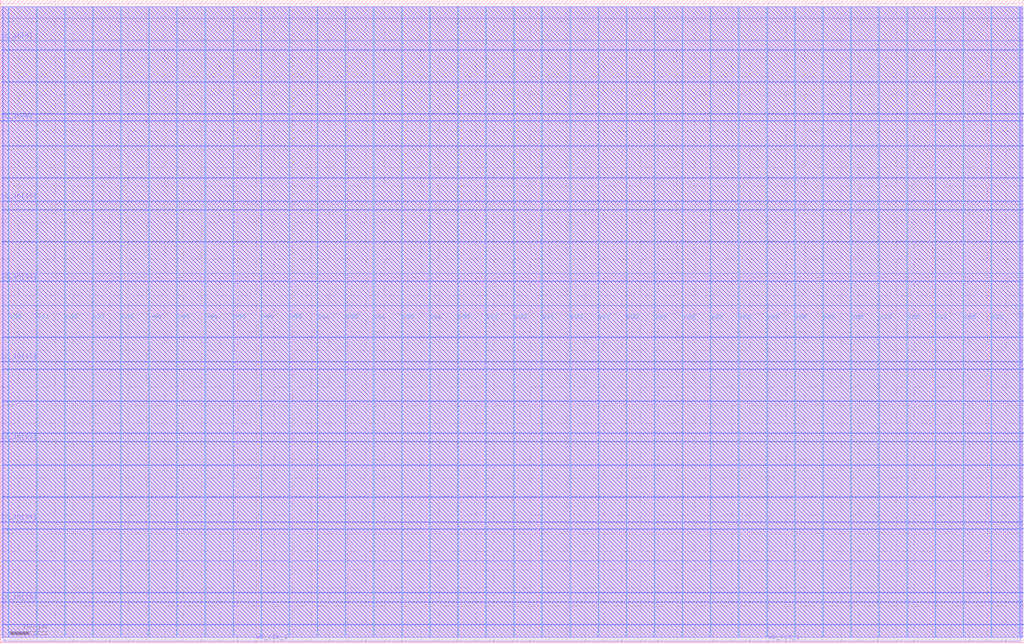
<source format=lef>
VERSION 5.7 ;
  NOWIREEXTENSIONATPIN ON ;
  DIVIDERCHAR "/" ;
  BUSBITCHARS "[]" ;
MACRO user_proj_example
  CLASS BLOCK ;
  FOREIGN user_proj_example ;
  ORIGIN 0.000 0.000 ;
  SIZE 2800.000 BY 1760.000 ;
  PIN io_in[0]
    DIRECTION INPUT ;
    USE SIGNAL ;
    ANTENNAGATEAREA 2.204000 ;
    ANTENNADIFFAREA 0.410400 ;
    PORT
      LAYER Metal3 ;
        RECT 2796.000 49.280 2800.000 49.840 ;
    END
  END io_in[0]
  PIN io_in[10]
    DIRECTION INPUT ;
    USE SIGNAL ;
    ANTENNAGATEAREA 6.612000 ;
    ANTENNADIFFAREA 0.410400 ;
    PORT
      LAYER Metal3 ;
        RECT 0.000 1208.480 4.000 1209.040 ;
    END
  END io_in[10]
  PIN io_in[11]
    DIRECTION INPUT ;
    USE SIGNAL ;
    ANTENNAGATEAREA 3.555000 ;
    ANTENNADIFFAREA 0.410400 ;
    PORT
      LAYER Metal3 ;
        RECT 0.000 988.960 4.000 989.520 ;
    END
  END io_in[11]
  PIN io_in[12]
    DIRECTION INPUT ;
    USE SIGNAL ;
    ANTENNAGATEAREA 4.408000 ;
    ANTENNADIFFAREA 0.410400 ;
    PORT
      LAYER Metal3 ;
        RECT 0.000 769.440 4.000 770.000 ;
    END
  END io_in[12]
  PIN io_in[13]
    DIRECTION INPUT ;
    USE SIGNAL ;
    ANTENNAGATEAREA 3.555000 ;
    ANTENNADIFFAREA 0.410400 ;
    PORT
      LAYER Metal3 ;
        RECT 0.000 549.920 4.000 550.480 ;
    END
  END io_in[13]
  PIN io_in[14]
    DIRECTION INPUT ;
    USE SIGNAL ;
    ANTENNAGATEAREA 3.555000 ;
    ANTENNADIFFAREA 0.410400 ;
    PORT
      LAYER Metal3 ;
        RECT 0.000 330.400 4.000 330.960 ;
    END
  END io_in[14]
  PIN io_in[15]
    DIRECTION INPUT ;
    USE SIGNAL ;
    ANTENNAGATEAREA 6.612000 ;
    ANTENNADIFFAREA 0.410400 ;
    PORT
      LAYER Metal3 ;
        RECT 0.000 110.880 4.000 111.440 ;
    END
  END io_in[15]
  PIN io_in[1]
    DIRECTION INPUT ;
    USE SIGNAL ;
    ANTENNAGATEAREA 1.102000 ;
    ANTENNADIFFAREA 0.410400 ;
    PORT
      LAYER Metal3 ;
        RECT 2796.000 311.360 2800.000 311.920 ;
    END
  END io_in[1]
  PIN io_in[2]
    DIRECTION INPUT ;
    USE SIGNAL ;
    ANTENNAGATEAREA 1.102000 ;
    ANTENNADIFFAREA 0.410400 ;
    PORT
      LAYER Metal3 ;
        RECT 2796.000 573.440 2800.000 574.000 ;
    END
  END io_in[2]
  PIN io_in[3]
    DIRECTION INPUT ;
    USE SIGNAL ;
    ANTENNAGATEAREA 1.102000 ;
    ANTENNADIFFAREA 0.410400 ;
    PORT
      LAYER Metal3 ;
        RECT 2796.000 835.520 2800.000 836.080 ;
    END
  END io_in[3]
  PIN io_in[4]
    DIRECTION INPUT ;
    USE SIGNAL ;
    ANTENNAGATEAREA 1.102000 ;
    ANTENNADIFFAREA 0.410400 ;
    PORT
      LAYER Metal3 ;
        RECT 2796.000 1097.600 2800.000 1098.160 ;
    END
  END io_in[4]
  PIN io_in[5]
    DIRECTION INPUT ;
    USE SIGNAL ;
    ANTENNAGATEAREA 2.204000 ;
    ANTENNADIFFAREA 0.410400 ;
    PORT
      LAYER Metal3 ;
        RECT 2796.000 1359.680 2800.000 1360.240 ;
    END
  END io_in[5]
  PIN io_in[6]
    DIRECTION INPUT ;
    USE SIGNAL ;
    ANTENNAGATEAREA 2.204000 ;
    ANTENNADIFFAREA 0.410400 ;
    PORT
      LAYER Metal3 ;
        RECT 2796.000 1621.760 2800.000 1622.320 ;
    END
  END io_in[6]
  PIN io_in[7]
    DIRECTION INPUT ;
    USE SIGNAL ;
    ANTENNAGATEAREA 2.204000 ;
    ANTENNADIFFAREA 0.410400 ;
    PORT
      LAYER Metal3 ;
        RECT 2796.000 1709.120 2800.000 1709.680 ;
    END
  END io_in[7]
  PIN io_in[8]
    DIRECTION INPUT ;
    USE SIGNAL ;
    ANTENNAGATEAREA 6.612000 ;
    ANTENNADIFFAREA 0.410400 ;
    PORT
      LAYER Metal3 ;
        RECT 0.000 1647.520 4.000 1648.080 ;
    END
  END io_in[8]
  PIN io_in[9]
    DIRECTION INPUT ;
    USE SIGNAL ;
    ANTENNAGATEAREA 6.612000 ;
    ANTENNADIFFAREA 0.410400 ;
    PORT
      LAYER Metal3 ;
        RECT 0.000 1428.000 4.000 1428.560 ;
    END
  END io_in[9]
  PIN io_oeb[0]
    DIRECTION OUTPUT TRISTATE ;
    USE SIGNAL ;
    ANTENNADIFFAREA 0.360800 ;
    PORT
      LAYER Metal3 ;
        RECT 2796.000 224.000 2800.000 224.560 ;
    END
  END io_oeb[0]
  PIN io_oeb[1]
    DIRECTION OUTPUT TRISTATE ;
    USE SIGNAL ;
    ANTENNADIFFAREA 0.360800 ;
    PORT
      LAYER Metal3 ;
        RECT 2796.000 486.080 2800.000 486.640 ;
    END
  END io_oeb[1]
  PIN io_oeb[2]
    DIRECTION OUTPUT TRISTATE ;
    USE SIGNAL ;
    ANTENNADIFFAREA 0.360800 ;
    PORT
      LAYER Metal3 ;
        RECT 2796.000 748.160 2800.000 748.720 ;
    END
  END io_oeb[2]
  PIN io_oeb[3]
    DIRECTION OUTPUT TRISTATE ;
    USE SIGNAL ;
    ANTENNADIFFAREA 0.360800 ;
    PORT
      LAYER Metal3 ;
        RECT 2796.000 1010.240 2800.000 1010.800 ;
    END
  END io_oeb[3]
  PIN io_oeb[4]
    DIRECTION OUTPUT TRISTATE ;
    USE SIGNAL ;
    ANTENNADIFFAREA 0.360800 ;
    PORT
      LAYER Metal3 ;
        RECT 2796.000 1272.320 2800.000 1272.880 ;
    END
  END io_oeb[4]
  PIN io_oeb[5]
    DIRECTION OUTPUT TRISTATE ;
    USE SIGNAL ;
    ANTENNADIFFAREA 0.360800 ;
    PORT
      LAYER Metal3 ;
        RECT 2796.000 1534.400 2800.000 1534.960 ;
    END
  END io_oeb[5]
  PIN io_out[0]
    DIRECTION OUTPUT TRISTATE ;
    USE SIGNAL ;
    ANTENNADIFFAREA 4.731200 ;
    PORT
      LAYER Metal3 ;
        RECT 2796.000 136.640 2800.000 137.200 ;
    END
  END io_out[0]
  PIN io_out[1]
    DIRECTION OUTPUT TRISTATE ;
    USE SIGNAL ;
    ANTENNADIFFAREA 4.731200 ;
    PORT
      LAYER Metal3 ;
        RECT 2796.000 398.720 2800.000 399.280 ;
    END
  END io_out[1]
  PIN io_out[2]
    DIRECTION OUTPUT TRISTATE ;
    USE SIGNAL ;
    ANTENNADIFFAREA 4.731200 ;
    PORT
      LAYER Metal3 ;
        RECT 2796.000 660.800 2800.000 661.360 ;
    END
  END io_out[2]
  PIN io_out[3]
    DIRECTION OUTPUT TRISTATE ;
    USE SIGNAL ;
    ANTENNADIFFAREA 4.731200 ;
    PORT
      LAYER Metal3 ;
        RECT 2796.000 922.880 2800.000 923.440 ;
    END
  END io_out[3]
  PIN io_out[4]
    DIRECTION OUTPUT TRISTATE ;
    USE SIGNAL ;
    ANTENNADIFFAREA 4.731200 ;
    PORT
      LAYER Metal3 ;
        RECT 2796.000 1184.960 2800.000 1185.520 ;
    END
  END io_out[4]
  PIN io_out[5]
    DIRECTION OUTPUT TRISTATE ;
    USE SIGNAL ;
    ANTENNADIFFAREA 4.731200 ;
    PORT
      LAYER Metal3 ;
        RECT 2796.000 1447.040 2800.000 1447.600 ;
    END
  END io_out[5]
  PIN vdd
    DIRECTION INOUT ;
    USE POWER ;
    PORT
      LAYER Metal4 ;
        RECT 22.240 15.380 23.840 1740.780 ;
    END
    PORT
      LAYER Metal4 ;
        RECT 175.840 15.380 177.440 1740.780 ;
    END
    PORT
      LAYER Metal4 ;
        RECT 329.440 15.380 331.040 1740.780 ;
    END
    PORT
      LAYER Metal4 ;
        RECT 483.040 15.380 484.640 1740.780 ;
    END
    PORT
      LAYER Metal4 ;
        RECT 636.640 15.380 638.240 1740.780 ;
    END
    PORT
      LAYER Metal4 ;
        RECT 790.240 15.380 791.840 1740.780 ;
    END
    PORT
      LAYER Metal4 ;
        RECT 943.840 15.380 945.440 1740.780 ;
    END
    PORT
      LAYER Metal4 ;
        RECT 1097.440 15.380 1099.040 1740.780 ;
    END
    PORT
      LAYER Metal4 ;
        RECT 1251.040 15.380 1252.640 1740.780 ;
    END
    PORT
      LAYER Metal4 ;
        RECT 1404.640 15.380 1406.240 1740.780 ;
    END
    PORT
      LAYER Metal4 ;
        RECT 1558.240 15.380 1559.840 1740.780 ;
    END
    PORT
      LAYER Metal4 ;
        RECT 1711.840 15.380 1713.440 1740.780 ;
    END
    PORT
      LAYER Metal4 ;
        RECT 1865.440 15.380 1867.040 1740.780 ;
    END
    PORT
      LAYER Metal4 ;
        RECT 2019.040 15.380 2020.640 1740.780 ;
    END
    PORT
      LAYER Metal4 ;
        RECT 2172.640 15.380 2174.240 1740.780 ;
    END
    PORT
      LAYER Metal4 ;
        RECT 2326.240 15.380 2327.840 1740.780 ;
    END
    PORT
      LAYER Metal4 ;
        RECT 2479.840 15.380 2481.440 1740.780 ;
    END
    PORT
      LAYER Metal4 ;
        RECT 2633.440 15.380 2635.040 1740.780 ;
    END
    PORT
      LAYER Metal4 ;
        RECT 2787.040 15.380 2788.640 1740.780 ;
    END
  END vdd
  PIN vss
    DIRECTION INOUT ;
    USE GROUND ;
    PORT
      LAYER Metal4 ;
        RECT 99.040 15.380 100.640 1740.780 ;
    END
    PORT
      LAYER Metal4 ;
        RECT 252.640 15.380 254.240 1740.780 ;
    END
    PORT
      LAYER Metal4 ;
        RECT 406.240 15.380 407.840 1740.780 ;
    END
    PORT
      LAYER Metal4 ;
        RECT 559.840 15.380 561.440 1740.780 ;
    END
    PORT
      LAYER Metal4 ;
        RECT 713.440 15.380 715.040 1740.780 ;
    END
    PORT
      LAYER Metal4 ;
        RECT 867.040 15.380 868.640 1740.780 ;
    END
    PORT
      LAYER Metal4 ;
        RECT 1020.640 15.380 1022.240 1740.780 ;
    END
    PORT
      LAYER Metal4 ;
        RECT 1174.240 15.380 1175.840 1740.780 ;
    END
    PORT
      LAYER Metal4 ;
        RECT 1327.840 15.380 1329.440 1740.780 ;
    END
    PORT
      LAYER Metal4 ;
        RECT 1481.440 15.380 1483.040 1740.780 ;
    END
    PORT
      LAYER Metal4 ;
        RECT 1635.040 15.380 1636.640 1740.780 ;
    END
    PORT
      LAYER Metal4 ;
        RECT 1788.640 15.380 1790.240 1740.780 ;
    END
    PORT
      LAYER Metal4 ;
        RECT 1942.240 15.380 1943.840 1740.780 ;
    END
    PORT
      LAYER Metal4 ;
        RECT 2095.840 15.380 2097.440 1740.780 ;
    END
    PORT
      LAYER Metal4 ;
        RECT 2249.440 15.380 2251.040 1740.780 ;
    END
    PORT
      LAYER Metal4 ;
        RECT 2403.040 15.380 2404.640 1740.780 ;
    END
    PORT
      LAYER Metal4 ;
        RECT 2556.640 15.380 2558.240 1740.780 ;
    END
    PORT
      LAYER Metal4 ;
        RECT 2710.240 15.380 2711.840 1740.780 ;
    END
  END vss
  PIN wb_clk_i
    DIRECTION INPUT ;
    USE SIGNAL ;
    ANTENNAGATEAREA 4.738000 ;
    ANTENNADIFFAREA 0.410400 ;
    PORT
      LAYER Metal2 ;
        RECT 698.880 0.000 699.440 4.000 ;
    END
  END wb_clk_i
  PIN wb_rst_i
    DIRECTION INPUT ;
    USE SIGNAL ;
    ANTENNAGATEAREA 2.204000 ;
    ANTENNADIFFAREA 0.410400 ;
    PORT
      LAYER Metal2 ;
        RECT 2098.880 0.000 2099.440 4.000 ;
    END
  END wb_rst_i
  OBS
      LAYER Metal1 ;
        RECT 6.720 15.380 2793.280 1740.780 ;
      LAYER Metal2 ;
        RECT 8.540 4.300 2791.460 1740.670 ;
        RECT 8.540 4.000 698.580 4.300 ;
        RECT 699.740 4.000 2098.580 4.300 ;
        RECT 2099.740 4.000 2791.460 4.300 ;
      LAYER Metal3 ;
        RECT 4.000 1709.980 2796.500 1740.620 ;
        RECT 4.000 1708.820 2795.700 1709.980 ;
        RECT 4.000 1648.380 2796.500 1708.820 ;
        RECT 4.300 1647.220 2796.500 1648.380 ;
        RECT 4.000 1622.620 2796.500 1647.220 ;
        RECT 4.000 1621.460 2795.700 1622.620 ;
        RECT 4.000 1535.260 2796.500 1621.460 ;
        RECT 4.000 1534.100 2795.700 1535.260 ;
        RECT 4.000 1447.900 2796.500 1534.100 ;
        RECT 4.000 1446.740 2795.700 1447.900 ;
        RECT 4.000 1428.860 2796.500 1446.740 ;
        RECT 4.300 1427.700 2796.500 1428.860 ;
        RECT 4.000 1360.540 2796.500 1427.700 ;
        RECT 4.000 1359.380 2795.700 1360.540 ;
        RECT 4.000 1273.180 2796.500 1359.380 ;
        RECT 4.000 1272.020 2795.700 1273.180 ;
        RECT 4.000 1209.340 2796.500 1272.020 ;
        RECT 4.300 1208.180 2796.500 1209.340 ;
        RECT 4.000 1185.820 2796.500 1208.180 ;
        RECT 4.000 1184.660 2795.700 1185.820 ;
        RECT 4.000 1098.460 2796.500 1184.660 ;
        RECT 4.000 1097.300 2795.700 1098.460 ;
        RECT 4.000 1011.100 2796.500 1097.300 ;
        RECT 4.000 1009.940 2795.700 1011.100 ;
        RECT 4.000 989.820 2796.500 1009.940 ;
        RECT 4.300 988.660 2796.500 989.820 ;
        RECT 4.000 923.740 2796.500 988.660 ;
        RECT 4.000 922.580 2795.700 923.740 ;
        RECT 4.000 836.380 2796.500 922.580 ;
        RECT 4.000 835.220 2795.700 836.380 ;
        RECT 4.000 770.300 2796.500 835.220 ;
        RECT 4.300 769.140 2796.500 770.300 ;
        RECT 4.000 749.020 2796.500 769.140 ;
        RECT 4.000 747.860 2795.700 749.020 ;
        RECT 4.000 661.660 2796.500 747.860 ;
        RECT 4.000 660.500 2795.700 661.660 ;
        RECT 4.000 574.300 2796.500 660.500 ;
        RECT 4.000 573.140 2795.700 574.300 ;
        RECT 4.000 550.780 2796.500 573.140 ;
        RECT 4.300 549.620 2796.500 550.780 ;
        RECT 4.000 486.940 2796.500 549.620 ;
        RECT 4.000 485.780 2795.700 486.940 ;
        RECT 4.000 399.580 2796.500 485.780 ;
        RECT 4.000 398.420 2795.700 399.580 ;
        RECT 4.000 331.260 2796.500 398.420 ;
        RECT 4.300 330.100 2796.500 331.260 ;
        RECT 4.000 312.220 2796.500 330.100 ;
        RECT 4.000 311.060 2795.700 312.220 ;
        RECT 4.000 224.860 2796.500 311.060 ;
        RECT 4.000 223.700 2795.700 224.860 ;
        RECT 4.000 137.500 2796.500 223.700 ;
        RECT 4.000 136.340 2795.700 137.500 ;
        RECT 4.000 111.740 2796.500 136.340 ;
        RECT 4.300 110.580 2796.500 111.740 ;
        RECT 4.000 50.140 2796.500 110.580 ;
        RECT 4.000 48.980 2795.700 50.140 ;
        RECT 4.000 15.540 2796.500 48.980 ;
      LAYER Metal4 ;
        RECT 2777.740 911.210 2778.020 928.950 ;
  END
END user_proj_example
END LIBRARY


</source>
